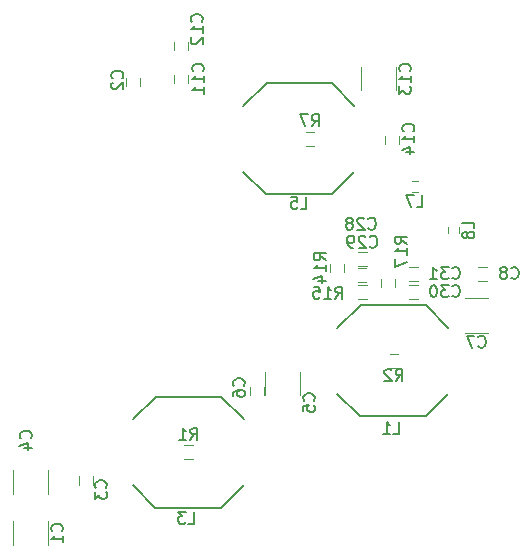
<source format=gbr>
G04 #@! TF.GenerationSoftware,KiCad,Pcbnew,5.0.2-bee76a0~70~ubuntu18.04.1*
G04 #@! TF.CreationDate,2020-07-03T21:26:00+02:00*
G04 #@! TF.ProjectId,lmx2594,6c6d7832-3539-4342-9e6b-696361645f70,rev?*
G04 #@! TF.SameCoordinates,PX463f660PY71d9820*
G04 #@! TF.FileFunction,Legend,Bot*
G04 #@! TF.FilePolarity,Positive*
%FSLAX46Y46*%
G04 Gerber Fmt 4.6, Leading zero omitted, Abs format (unit mm)*
G04 Created by KiCad (PCBNEW 5.0.2-bee76a0~70~ubuntu18.04.1) date fre  3 jul 2020 21:26:00*
%MOMM*%
%LPD*%
G01*
G04 APERTURE LIST*
%ADD10C,0.150000*%
%ADD11C,0.120000*%
G04 APERTURE END LIST*
D10*
G04 #@! TO.C,L1*
X36746180Y20579080D02*
X34846260Y22479000D01*
X34846260Y22479000D02*
X29347160Y22479000D01*
X29347160Y22479000D02*
X27348180Y20579080D01*
X36746180Y14980920D02*
X34846260Y13081000D01*
X34846260Y13081000D02*
X29248100Y13081000D01*
X29248100Y13081000D02*
X27348180Y14980920D01*
G04 #@! TO.C,L3*
X19431000Y12832080D02*
X17531080Y14732000D01*
X17531080Y14732000D02*
X12031980Y14732000D01*
X12031980Y14732000D02*
X10033000Y12832080D01*
X19431000Y7233920D02*
X17531080Y5334000D01*
X17531080Y5334000D02*
X11932920Y5334000D01*
X11932920Y5334000D02*
X10033000Y7233920D01*
G04 #@! TO.C,L5*
X28785820Y39375080D02*
X26885900Y41275000D01*
X26885900Y41275000D02*
X21386800Y41275000D01*
X21386800Y41275000D02*
X19387820Y39375080D01*
X28785820Y33776920D02*
X26885900Y31877000D01*
X26885900Y31877000D02*
X21287740Y31877000D01*
X21287740Y31877000D02*
X19387820Y33776920D01*
D11*
G04 #@! TO.C,C2*
X9433000Y41740000D02*
X9433000Y41040000D01*
X10633000Y41040000D02*
X10633000Y41740000D01*
G04 #@! TO.C,C3*
X6696000Y7282000D02*
X6696000Y7982000D01*
X5496000Y7982000D02*
X5496000Y7282000D01*
G04 #@! TO.C,C6*
X19974000Y15578000D02*
X19974000Y14878000D01*
X21174000Y14878000D02*
X21174000Y15578000D01*
G04 #@! TO.C,C8*
X39974000Y25746000D02*
X39274000Y25746000D01*
X39274000Y24546000D02*
X39974000Y24546000D01*
G04 #@! TO.C,C14*
X32604000Y36099000D02*
X32604000Y36799000D01*
X31404000Y36799000D02*
X31404000Y36099000D01*
G04 #@! TO.C,C28*
X29814000Y27016000D02*
X29114000Y27016000D01*
X29114000Y25816000D02*
X29814000Y25816000D01*
G04 #@! TO.C,C29*
X29802000Y25619000D02*
X29102000Y25619000D01*
X29102000Y24419000D02*
X29802000Y24419000D01*
G04 #@! TO.C,C30*
X33432000Y23022000D02*
X34132000Y23022000D01*
X34132000Y24222000D02*
X33432000Y24222000D01*
G04 #@! TO.C,C31*
X33432000Y24546000D02*
X34132000Y24546000D01*
X34132000Y25746000D02*
X33432000Y25746000D01*
G04 #@! TO.C,R1*
X14394000Y9433000D02*
X15094000Y9433000D01*
X15094000Y10633000D02*
X14394000Y10633000D01*
G04 #@! TO.C,R2*
X31769000Y17180000D02*
X32469000Y17180000D01*
X32469000Y18380000D02*
X31769000Y18380000D01*
G04 #@! TO.C,R7*
X24669000Y35976000D02*
X25369000Y35976000D01*
X25369000Y37176000D02*
X24669000Y37176000D01*
G04 #@! TO.C,R14*
X26705000Y26004000D02*
X26705000Y25304000D01*
X27905000Y25304000D02*
X27905000Y26004000D01*
G04 #@! TO.C,R15*
X29114000Y23022000D02*
X29814000Y23022000D01*
X29814000Y24222000D02*
X29114000Y24222000D01*
G04 #@! TO.C,R17*
X32223000Y24034000D02*
X32223000Y24734000D01*
X31023000Y24734000D02*
X31023000Y24034000D01*
G04 #@! TO.C,L7*
X34159000Y32042000D02*
X33659000Y32042000D01*
X33659000Y32982000D02*
X34159000Y32982000D01*
G04 #@! TO.C,L8*
X37681000Y29079000D02*
X37681000Y28579000D01*
X36741000Y28579000D02*
X36741000Y29079000D01*
G04 #@! TO.C,C11*
X13497000Y42006000D02*
X13497000Y41306000D01*
X14697000Y41306000D02*
X14697000Y42006000D01*
G04 #@! TO.C,C12*
X14697000Y44088000D02*
X14697000Y44788000D01*
X13497000Y44788000D02*
X13497000Y44088000D01*
G04 #@! TO.C,C1*
X2877000Y4175000D02*
X2877000Y2175000D01*
X-83000Y2175000D02*
X-83000Y4175000D01*
G04 #@! TO.C,C4*
X-83000Y6493000D02*
X-83000Y8493000D01*
X2877000Y8493000D02*
X2877000Y6493000D01*
G04 #@! TO.C,C5*
X24213000Y16851000D02*
X24213000Y14851000D01*
X21253000Y14851000D02*
X21253000Y16851000D01*
G04 #@! TO.C,C13*
X32341000Y42656000D02*
X32341000Y40656000D01*
X29381000Y40656000D02*
X29381000Y42656000D01*
G04 #@! TO.C,C7*
X40116000Y20110000D02*
X38116000Y20110000D01*
X38116000Y23070000D02*
X40116000Y23070000D01*
G04 #@! TO.C,L1*
D10*
X32086846Y11612620D02*
X32563037Y11612620D01*
X32563037Y12612620D01*
X31229703Y11612620D02*
X31801132Y11612620D01*
X31515418Y11612620D02*
X31515418Y12612620D01*
X31610656Y12469762D01*
X31705894Y12374524D01*
X31801132Y12326905D01*
G04 #@! TO.C,L3*
X14728486Y3992620D02*
X15204677Y3992620D01*
X15204677Y4992620D01*
X14490391Y4992620D02*
X13871343Y4992620D01*
X14204677Y4611667D01*
X14061820Y4611667D01*
X13966581Y4564048D01*
X13918962Y4516429D01*
X13871343Y4421191D01*
X13871343Y4183096D01*
X13918962Y4087858D01*
X13966581Y4040239D01*
X14061820Y3992620D01*
X14347534Y3992620D01*
X14442772Y4040239D01*
X14490391Y4087858D01*
G04 #@! TO.C,L5*
X24253486Y30662620D02*
X24729677Y30662620D01*
X24729677Y31662620D01*
X23443962Y31662620D02*
X23920153Y31662620D01*
X23967772Y31186429D01*
X23920153Y31234048D01*
X23824915Y31281667D01*
X23586820Y31281667D01*
X23491581Y31234048D01*
X23443962Y31186429D01*
X23396343Y31091191D01*
X23396343Y30853096D01*
X23443962Y30757858D01*
X23491581Y30710239D01*
X23586820Y30662620D01*
X23824915Y30662620D01*
X23920153Y30710239D01*
X23967772Y30757858D01*
G04 #@! TO.C,C2*
X9120142Y41695667D02*
X9167761Y41743286D01*
X9215380Y41886143D01*
X9215380Y41981381D01*
X9167761Y42124239D01*
X9072523Y42219477D01*
X8977285Y42267096D01*
X8786809Y42314715D01*
X8643952Y42314715D01*
X8453476Y42267096D01*
X8358238Y42219477D01*
X8263000Y42124239D01*
X8215380Y41981381D01*
X8215380Y41886143D01*
X8263000Y41743286D01*
X8310619Y41695667D01*
X8310619Y41314715D02*
X8263000Y41267096D01*
X8215380Y41171858D01*
X8215380Y40933762D01*
X8263000Y40838524D01*
X8310619Y40790905D01*
X8405857Y40743286D01*
X8501095Y40743286D01*
X8643952Y40790905D01*
X9215380Y41362334D01*
X9215380Y40743286D01*
G04 #@! TO.C,C3*
X7723142Y7024667D02*
X7770761Y7072286D01*
X7818380Y7215143D01*
X7818380Y7310381D01*
X7770761Y7453239D01*
X7675523Y7548477D01*
X7580285Y7596096D01*
X7389809Y7643715D01*
X7246952Y7643715D01*
X7056476Y7596096D01*
X6961238Y7548477D01*
X6866000Y7453239D01*
X6818380Y7310381D01*
X6818380Y7215143D01*
X6866000Y7072286D01*
X6913619Y7024667D01*
X6818380Y6691334D02*
X6818380Y6072286D01*
X7199333Y6405620D01*
X7199333Y6262762D01*
X7246952Y6167524D01*
X7294571Y6119905D01*
X7389809Y6072286D01*
X7627904Y6072286D01*
X7723142Y6119905D01*
X7770761Y6167524D01*
X7818380Y6262762D01*
X7818380Y6548477D01*
X7770761Y6643715D01*
X7723142Y6691334D01*
G04 #@! TO.C,C6*
X19407142Y15660667D02*
X19454761Y15708286D01*
X19502380Y15851143D01*
X19502380Y15946381D01*
X19454761Y16089239D01*
X19359523Y16184477D01*
X19264285Y16232096D01*
X19073809Y16279715D01*
X18930952Y16279715D01*
X18740476Y16232096D01*
X18645238Y16184477D01*
X18550000Y16089239D01*
X18502380Y15946381D01*
X18502380Y15851143D01*
X18550000Y15708286D01*
X18597619Y15660667D01*
X18502380Y14803524D02*
X18502380Y14994000D01*
X18550000Y15089239D01*
X18597619Y15136858D01*
X18740476Y15232096D01*
X18930952Y15279715D01*
X19311904Y15279715D01*
X19407142Y15232096D01*
X19454761Y15184477D01*
X19502380Y15089239D01*
X19502380Y14898762D01*
X19454761Y14803524D01*
X19407142Y14755905D01*
X19311904Y14708286D01*
X19073809Y14708286D01*
X18978571Y14755905D01*
X18930952Y14803524D01*
X18883333Y14898762D01*
X18883333Y15089239D01*
X18930952Y15184477D01*
X18978571Y15232096D01*
X19073809Y15279715D01*
G04 #@! TO.C,C8*
X42076666Y24788858D02*
X42124285Y24741239D01*
X42267142Y24693620D01*
X42362380Y24693620D01*
X42505238Y24741239D01*
X42600476Y24836477D01*
X42648095Y24931715D01*
X42695714Y25122191D01*
X42695714Y25265048D01*
X42648095Y25455524D01*
X42600476Y25550762D01*
X42505238Y25646000D01*
X42362380Y25693620D01*
X42267142Y25693620D01*
X42124285Y25646000D01*
X42076666Y25598381D01*
X41505238Y25265048D02*
X41600476Y25312667D01*
X41648095Y25360286D01*
X41695714Y25455524D01*
X41695714Y25503143D01*
X41648095Y25598381D01*
X41600476Y25646000D01*
X41505238Y25693620D01*
X41314761Y25693620D01*
X41219523Y25646000D01*
X41171904Y25598381D01*
X41124285Y25503143D01*
X41124285Y25455524D01*
X41171904Y25360286D01*
X41219523Y25312667D01*
X41314761Y25265048D01*
X41505238Y25265048D01*
X41600476Y25217429D01*
X41648095Y25169810D01*
X41695714Y25074572D01*
X41695714Y24884096D01*
X41648095Y24788858D01*
X41600476Y24741239D01*
X41505238Y24693620D01*
X41314761Y24693620D01*
X41219523Y24741239D01*
X41171904Y24788858D01*
X41124285Y24884096D01*
X41124285Y25074572D01*
X41171904Y25169810D01*
X41219523Y25217429D01*
X41314761Y25265048D01*
G04 #@! TO.C,C14*
X33758142Y37218858D02*
X33805761Y37266477D01*
X33853380Y37409334D01*
X33853380Y37504572D01*
X33805761Y37647429D01*
X33710523Y37742667D01*
X33615285Y37790286D01*
X33424809Y37837905D01*
X33281952Y37837905D01*
X33091476Y37790286D01*
X32996238Y37742667D01*
X32901000Y37647429D01*
X32853380Y37504572D01*
X32853380Y37409334D01*
X32901000Y37266477D01*
X32948619Y37218858D01*
X33853380Y36266477D02*
X33853380Y36837905D01*
X33853380Y36552191D02*
X32853380Y36552191D01*
X32996238Y36647429D01*
X33091476Y36742667D01*
X33139095Y36837905D01*
X33186714Y35409334D02*
X33853380Y35409334D01*
X32805761Y35647429D02*
X33520047Y35885524D01*
X33520047Y35266477D01*
G04 #@! TO.C,C28*
X29979857Y28979858D02*
X30027476Y28932239D01*
X30170333Y28884620D01*
X30265571Y28884620D01*
X30408428Y28932239D01*
X30503666Y29027477D01*
X30551285Y29122715D01*
X30598904Y29313191D01*
X30598904Y29456048D01*
X30551285Y29646524D01*
X30503666Y29741762D01*
X30408428Y29837000D01*
X30265571Y29884620D01*
X30170333Y29884620D01*
X30027476Y29837000D01*
X29979857Y29789381D01*
X29598904Y29789381D02*
X29551285Y29837000D01*
X29456047Y29884620D01*
X29217952Y29884620D01*
X29122714Y29837000D01*
X29075095Y29789381D01*
X29027476Y29694143D01*
X29027476Y29598905D01*
X29075095Y29456048D01*
X29646523Y28884620D01*
X29027476Y28884620D01*
X28456047Y29456048D02*
X28551285Y29503667D01*
X28598904Y29551286D01*
X28646523Y29646524D01*
X28646523Y29694143D01*
X28598904Y29789381D01*
X28551285Y29837000D01*
X28456047Y29884620D01*
X28265571Y29884620D01*
X28170333Y29837000D01*
X28122714Y29789381D01*
X28075095Y29694143D01*
X28075095Y29646524D01*
X28122714Y29551286D01*
X28170333Y29503667D01*
X28265571Y29456048D01*
X28456047Y29456048D01*
X28551285Y29408429D01*
X28598904Y29360810D01*
X28646523Y29265572D01*
X28646523Y29075096D01*
X28598904Y28979858D01*
X28551285Y28932239D01*
X28456047Y28884620D01*
X28265571Y28884620D01*
X28170333Y28932239D01*
X28122714Y28979858D01*
X28075095Y29075096D01*
X28075095Y29265572D01*
X28122714Y29360810D01*
X28170333Y29408429D01*
X28265571Y29456048D01*
G04 #@! TO.C,C29*
X30094857Y27455858D02*
X30142476Y27408239D01*
X30285333Y27360620D01*
X30380571Y27360620D01*
X30523428Y27408239D01*
X30618666Y27503477D01*
X30666285Y27598715D01*
X30713904Y27789191D01*
X30713904Y27932048D01*
X30666285Y28122524D01*
X30618666Y28217762D01*
X30523428Y28313000D01*
X30380571Y28360620D01*
X30285333Y28360620D01*
X30142476Y28313000D01*
X30094857Y28265381D01*
X29713904Y28265381D02*
X29666285Y28313000D01*
X29571047Y28360620D01*
X29332952Y28360620D01*
X29237714Y28313000D01*
X29190095Y28265381D01*
X29142476Y28170143D01*
X29142476Y28074905D01*
X29190095Y27932048D01*
X29761523Y27360620D01*
X29142476Y27360620D01*
X28666285Y27360620D02*
X28475809Y27360620D01*
X28380571Y27408239D01*
X28332952Y27455858D01*
X28237714Y27598715D01*
X28190095Y27789191D01*
X28190095Y28170143D01*
X28237714Y28265381D01*
X28285333Y28313000D01*
X28380571Y28360620D01*
X28571047Y28360620D01*
X28666285Y28313000D01*
X28713904Y28265381D01*
X28761523Y28170143D01*
X28761523Y27932048D01*
X28713904Y27836810D01*
X28666285Y27789191D01*
X28571047Y27741572D01*
X28380571Y27741572D01*
X28285333Y27789191D01*
X28237714Y27836810D01*
X28190095Y27932048D01*
G04 #@! TO.C,C30*
X37091857Y23264858D02*
X37139476Y23217239D01*
X37282333Y23169620D01*
X37377571Y23169620D01*
X37520428Y23217239D01*
X37615666Y23312477D01*
X37663285Y23407715D01*
X37710904Y23598191D01*
X37710904Y23741048D01*
X37663285Y23931524D01*
X37615666Y24026762D01*
X37520428Y24122000D01*
X37377571Y24169620D01*
X37282333Y24169620D01*
X37139476Y24122000D01*
X37091857Y24074381D01*
X36758523Y24169620D02*
X36139476Y24169620D01*
X36472809Y23788667D01*
X36329952Y23788667D01*
X36234714Y23741048D01*
X36187095Y23693429D01*
X36139476Y23598191D01*
X36139476Y23360096D01*
X36187095Y23264858D01*
X36234714Y23217239D01*
X36329952Y23169620D01*
X36615666Y23169620D01*
X36710904Y23217239D01*
X36758523Y23264858D01*
X35520428Y24169620D02*
X35425190Y24169620D01*
X35329952Y24122000D01*
X35282333Y24074381D01*
X35234714Y23979143D01*
X35187095Y23788667D01*
X35187095Y23550572D01*
X35234714Y23360096D01*
X35282333Y23264858D01*
X35329952Y23217239D01*
X35425190Y23169620D01*
X35520428Y23169620D01*
X35615666Y23217239D01*
X35663285Y23264858D01*
X35710904Y23360096D01*
X35758523Y23550572D01*
X35758523Y23788667D01*
X35710904Y23979143D01*
X35663285Y24074381D01*
X35615666Y24122000D01*
X35520428Y24169620D01*
G04 #@! TO.C,C31*
X37091857Y24788858D02*
X37139476Y24741239D01*
X37282333Y24693620D01*
X37377571Y24693620D01*
X37520428Y24741239D01*
X37615666Y24836477D01*
X37663285Y24931715D01*
X37710904Y25122191D01*
X37710904Y25265048D01*
X37663285Y25455524D01*
X37615666Y25550762D01*
X37520428Y25646000D01*
X37377571Y25693620D01*
X37282333Y25693620D01*
X37139476Y25646000D01*
X37091857Y25598381D01*
X36758523Y25693620D02*
X36139476Y25693620D01*
X36472809Y25312667D01*
X36329952Y25312667D01*
X36234714Y25265048D01*
X36187095Y25217429D01*
X36139476Y25122191D01*
X36139476Y24884096D01*
X36187095Y24788858D01*
X36234714Y24741239D01*
X36329952Y24693620D01*
X36615666Y24693620D01*
X36710904Y24741239D01*
X36758523Y24788858D01*
X35187095Y24693620D02*
X35758523Y24693620D01*
X35472809Y24693620D02*
X35472809Y25693620D01*
X35568047Y25550762D01*
X35663285Y25455524D01*
X35758523Y25407905D01*
G04 #@! TO.C,R1*
X14910666Y11080620D02*
X15244000Y11556810D01*
X15482095Y11080620D02*
X15482095Y12080620D01*
X15101142Y12080620D01*
X15005904Y12033000D01*
X14958285Y11985381D01*
X14910666Y11890143D01*
X14910666Y11747286D01*
X14958285Y11652048D01*
X15005904Y11604429D01*
X15101142Y11556810D01*
X15482095Y11556810D01*
X13958285Y11080620D02*
X14529714Y11080620D01*
X14244000Y11080620D02*
X14244000Y12080620D01*
X14339238Y11937762D01*
X14434476Y11842524D01*
X14529714Y11794905D01*
G04 #@! TO.C,R2*
X32285666Y16057620D02*
X32619000Y16533810D01*
X32857095Y16057620D02*
X32857095Y17057620D01*
X32476142Y17057620D01*
X32380904Y17010000D01*
X32333285Y16962381D01*
X32285666Y16867143D01*
X32285666Y16724286D01*
X32333285Y16629048D01*
X32380904Y16581429D01*
X32476142Y16533810D01*
X32857095Y16533810D01*
X31904714Y16962381D02*
X31857095Y17010000D01*
X31761857Y17057620D01*
X31523761Y17057620D01*
X31428523Y17010000D01*
X31380904Y16962381D01*
X31333285Y16867143D01*
X31333285Y16771905D01*
X31380904Y16629048D01*
X31952333Y16057620D01*
X31333285Y16057620D01*
G04 #@! TO.C,R7*
X25185666Y37623620D02*
X25519000Y38099810D01*
X25757095Y37623620D02*
X25757095Y38623620D01*
X25376142Y38623620D01*
X25280904Y38576000D01*
X25233285Y38528381D01*
X25185666Y38433143D01*
X25185666Y38290286D01*
X25233285Y38195048D01*
X25280904Y38147429D01*
X25376142Y38099810D01*
X25757095Y38099810D01*
X24852333Y38623620D02*
X24185666Y38623620D01*
X24614238Y37623620D01*
G04 #@! TO.C,R14*
X26360380Y26296858D02*
X25884190Y26630191D01*
X26360380Y26868286D02*
X25360380Y26868286D01*
X25360380Y26487334D01*
X25408000Y26392096D01*
X25455619Y26344477D01*
X25550857Y26296858D01*
X25693714Y26296858D01*
X25788952Y26344477D01*
X25836571Y26392096D01*
X25884190Y26487334D01*
X25884190Y26868286D01*
X26360380Y25344477D02*
X26360380Y25915905D01*
X26360380Y25630191D02*
X25360380Y25630191D01*
X25503238Y25725429D01*
X25598476Y25820667D01*
X25646095Y25915905D01*
X25693714Y24487334D02*
X26360380Y24487334D01*
X25312761Y24725429D02*
X26027047Y24963524D01*
X26027047Y24344477D01*
G04 #@! TO.C,R15*
X27185857Y23042620D02*
X27519190Y23518810D01*
X27757285Y23042620D02*
X27757285Y24042620D01*
X27376333Y24042620D01*
X27281095Y23995000D01*
X27233476Y23947381D01*
X27185857Y23852143D01*
X27185857Y23709286D01*
X27233476Y23614048D01*
X27281095Y23566429D01*
X27376333Y23518810D01*
X27757285Y23518810D01*
X26233476Y23042620D02*
X26804904Y23042620D01*
X26519190Y23042620D02*
X26519190Y24042620D01*
X26614428Y23899762D01*
X26709666Y23804524D01*
X26804904Y23756905D01*
X25328714Y24042620D02*
X25804904Y24042620D01*
X25852523Y23566429D01*
X25804904Y23614048D01*
X25709666Y23661667D01*
X25471571Y23661667D01*
X25376333Y23614048D01*
X25328714Y23566429D01*
X25281095Y23471191D01*
X25281095Y23233096D01*
X25328714Y23137858D01*
X25376333Y23090239D01*
X25471571Y23042620D01*
X25709666Y23042620D01*
X25804904Y23090239D01*
X25852523Y23137858D01*
G04 #@! TO.C,R17*
X33218380Y27693858D02*
X32742190Y28027191D01*
X33218380Y28265286D02*
X32218380Y28265286D01*
X32218380Y27884334D01*
X32266000Y27789096D01*
X32313619Y27741477D01*
X32408857Y27693858D01*
X32551714Y27693858D01*
X32646952Y27741477D01*
X32694571Y27789096D01*
X32742190Y27884334D01*
X32742190Y28265286D01*
X33218380Y26741477D02*
X33218380Y27312905D01*
X33218380Y27027191D02*
X32218380Y27027191D01*
X32361238Y27122429D01*
X32456476Y27217667D01*
X32504095Y27312905D01*
X32218380Y26408143D02*
X32218380Y25741477D01*
X33218380Y26170048D01*
G04 #@! TO.C,L7*
X34075666Y30789620D02*
X34551857Y30789620D01*
X34551857Y31789620D01*
X33837571Y31789620D02*
X33170904Y31789620D01*
X33599476Y30789620D01*
G04 #@! TO.C,L8*
X38933380Y28995667D02*
X38933380Y29471858D01*
X37933380Y29471858D01*
X38361952Y28519477D02*
X38314333Y28614715D01*
X38266714Y28662334D01*
X38171476Y28709953D01*
X38123857Y28709953D01*
X38028619Y28662334D01*
X37981000Y28614715D01*
X37933380Y28519477D01*
X37933380Y28329000D01*
X37981000Y28233762D01*
X38028619Y28186143D01*
X38123857Y28138524D01*
X38171476Y28138524D01*
X38266714Y28186143D01*
X38314333Y28233762D01*
X38361952Y28329000D01*
X38361952Y28519477D01*
X38409571Y28614715D01*
X38457190Y28662334D01*
X38552428Y28709953D01*
X38742904Y28709953D01*
X38838142Y28662334D01*
X38885761Y28614715D01*
X38933380Y28519477D01*
X38933380Y28329000D01*
X38885761Y28233762D01*
X38838142Y28186143D01*
X38742904Y28138524D01*
X38552428Y28138524D01*
X38457190Y28186143D01*
X38409571Y28233762D01*
X38361952Y28329000D01*
G04 #@! TO.C,C11*
X15954142Y42298858D02*
X16001761Y42346477D01*
X16049380Y42489334D01*
X16049380Y42584572D01*
X16001761Y42727429D01*
X15906523Y42822667D01*
X15811285Y42870286D01*
X15620809Y42917905D01*
X15477952Y42917905D01*
X15287476Y42870286D01*
X15192238Y42822667D01*
X15097000Y42727429D01*
X15049380Y42584572D01*
X15049380Y42489334D01*
X15097000Y42346477D01*
X15144619Y42298858D01*
X16049380Y41346477D02*
X16049380Y41917905D01*
X16049380Y41632191D02*
X15049380Y41632191D01*
X15192238Y41727429D01*
X15287476Y41822667D01*
X15335095Y41917905D01*
X16049380Y40394096D02*
X16049380Y40965524D01*
X16049380Y40679810D02*
X15049380Y40679810D01*
X15192238Y40775048D01*
X15287476Y40870286D01*
X15335095Y40965524D01*
G04 #@! TO.C,C12*
X15851142Y46489858D02*
X15898761Y46537477D01*
X15946380Y46680334D01*
X15946380Y46775572D01*
X15898761Y46918429D01*
X15803523Y47013667D01*
X15708285Y47061286D01*
X15517809Y47108905D01*
X15374952Y47108905D01*
X15184476Y47061286D01*
X15089238Y47013667D01*
X14994000Y46918429D01*
X14946380Y46775572D01*
X14946380Y46680334D01*
X14994000Y46537477D01*
X15041619Y46489858D01*
X15946380Y45537477D02*
X15946380Y46108905D01*
X15946380Y45823191D02*
X14946380Y45823191D01*
X15089238Y45918429D01*
X15184476Y46013667D01*
X15232095Y46108905D01*
X15041619Y45156524D02*
X14994000Y45108905D01*
X14946380Y45013667D01*
X14946380Y44775572D01*
X14994000Y44680334D01*
X15041619Y44632715D01*
X15136857Y44585096D01*
X15232095Y44585096D01*
X15374952Y44632715D01*
X15946380Y45204143D01*
X15946380Y44585096D01*
G04 #@! TO.C,C1*
X4004142Y3341667D02*
X4051761Y3389286D01*
X4099380Y3532143D01*
X4099380Y3627381D01*
X4051761Y3770239D01*
X3956523Y3865477D01*
X3861285Y3913096D01*
X3670809Y3960715D01*
X3527952Y3960715D01*
X3337476Y3913096D01*
X3242238Y3865477D01*
X3147000Y3770239D01*
X3099380Y3627381D01*
X3099380Y3532143D01*
X3147000Y3389286D01*
X3194619Y3341667D01*
X4099380Y2389286D02*
X4099380Y2960715D01*
X4099380Y2675000D02*
X3099380Y2675000D01*
X3242238Y2770239D01*
X3337476Y2865477D01*
X3385095Y2960715D01*
G04 #@! TO.C,C4*
X1373142Y11215667D02*
X1420761Y11263286D01*
X1468380Y11406143D01*
X1468380Y11501381D01*
X1420761Y11644239D01*
X1325523Y11739477D01*
X1230285Y11787096D01*
X1039809Y11834715D01*
X896952Y11834715D01*
X706476Y11787096D01*
X611238Y11739477D01*
X516000Y11644239D01*
X468380Y11501381D01*
X468380Y11406143D01*
X516000Y11263286D01*
X563619Y11215667D01*
X801714Y10358524D02*
X1468380Y10358524D01*
X420761Y10596620D02*
X1135047Y10834715D01*
X1135047Y10215667D01*
G04 #@! TO.C,C5*
X25340142Y14390667D02*
X25387761Y14438286D01*
X25435380Y14581143D01*
X25435380Y14676381D01*
X25387761Y14819239D01*
X25292523Y14914477D01*
X25197285Y14962096D01*
X25006809Y15009715D01*
X24863952Y15009715D01*
X24673476Y14962096D01*
X24578238Y14914477D01*
X24483000Y14819239D01*
X24435380Y14676381D01*
X24435380Y14581143D01*
X24483000Y14438286D01*
X24530619Y14390667D01*
X24435380Y13485905D02*
X24435380Y13962096D01*
X24911571Y14009715D01*
X24863952Y13962096D01*
X24816333Y13866858D01*
X24816333Y13628762D01*
X24863952Y13533524D01*
X24911571Y13485905D01*
X25006809Y13438286D01*
X25244904Y13438286D01*
X25340142Y13485905D01*
X25387761Y13533524D01*
X25435380Y13628762D01*
X25435380Y13866858D01*
X25387761Y13962096D01*
X25340142Y14009715D01*
G04 #@! TO.C,C13*
X33468142Y42298858D02*
X33515761Y42346477D01*
X33563380Y42489334D01*
X33563380Y42584572D01*
X33515761Y42727429D01*
X33420523Y42822667D01*
X33325285Y42870286D01*
X33134809Y42917905D01*
X32991952Y42917905D01*
X32801476Y42870286D01*
X32706238Y42822667D01*
X32611000Y42727429D01*
X32563380Y42584572D01*
X32563380Y42489334D01*
X32611000Y42346477D01*
X32658619Y42298858D01*
X33563380Y41346477D02*
X33563380Y41917905D01*
X33563380Y41632191D02*
X32563380Y41632191D01*
X32706238Y41727429D01*
X32801476Y41822667D01*
X32849095Y41917905D01*
X32563380Y41013143D02*
X32563380Y40394096D01*
X32944333Y40727429D01*
X32944333Y40584572D01*
X32991952Y40489334D01*
X33039571Y40441715D01*
X33134809Y40394096D01*
X33372904Y40394096D01*
X33468142Y40441715D01*
X33515761Y40489334D01*
X33563380Y40584572D01*
X33563380Y40870286D01*
X33515761Y40965524D01*
X33468142Y41013143D01*
G04 #@! TO.C,C7*
X39282666Y18982858D02*
X39330285Y18935239D01*
X39473142Y18887620D01*
X39568380Y18887620D01*
X39711238Y18935239D01*
X39806476Y19030477D01*
X39854095Y19125715D01*
X39901714Y19316191D01*
X39901714Y19459048D01*
X39854095Y19649524D01*
X39806476Y19744762D01*
X39711238Y19840000D01*
X39568380Y19887620D01*
X39473142Y19887620D01*
X39330285Y19840000D01*
X39282666Y19792381D01*
X38949333Y19887620D02*
X38282666Y19887620D01*
X38711238Y18887620D01*
G04 #@! TD*
M02*

</source>
